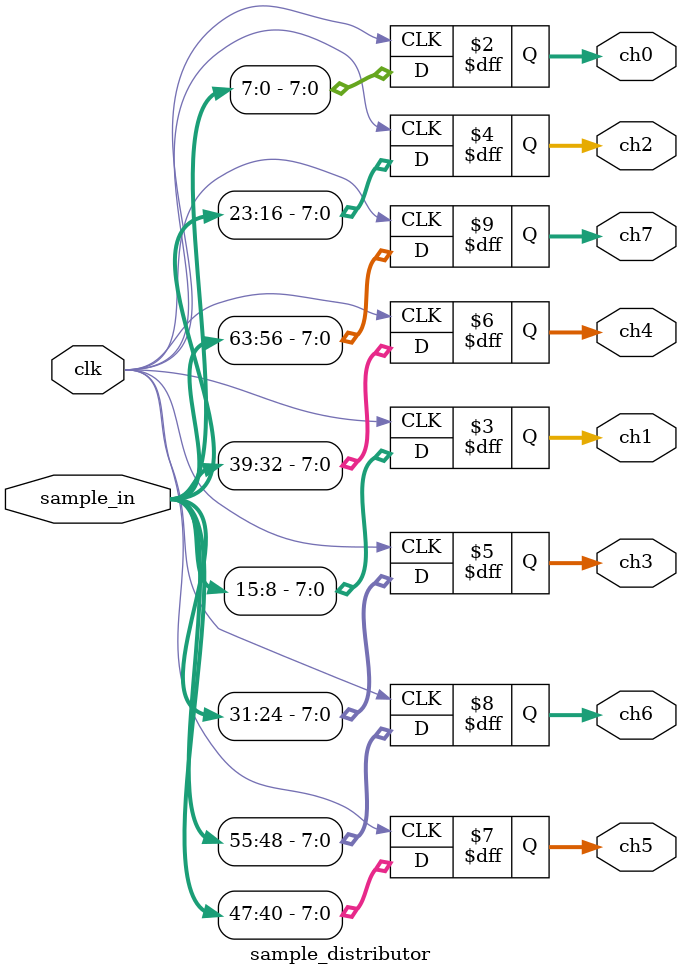
<source format=v>
`timescale 1ns / 1ps


module sample_distributor (
    input  wire        clk,         // zegar LS_CLK - taktuje rejestracjê
    input  wire [63:0] sample_in,   // dane z pamiêci (8 × 8 bitów)
    output reg  [7:0]  ch0,
    output reg  [7:0]  ch1,
    output reg  [7:0]  ch2,
    output reg  [7:0]  ch3,
    output reg  [7:0]  ch4,
    output reg  [7:0]  ch5,
    output reg  [7:0]  ch6,
    output reg  [7:0]  ch7
);

    always @(posedge clk) begin
        ch0 <= sample_in[7:0];
        ch1 <= sample_in[15:8];
        ch2 <= sample_in[23:16];
        ch3 <= sample_in[31:24];
        ch4 <= sample_in[39:32];
        ch5 <= sample_in[47:40];
        ch6 <= sample_in[55:48];
        ch7 <= sample_in[63:56];
    end

endmodule
</source>
